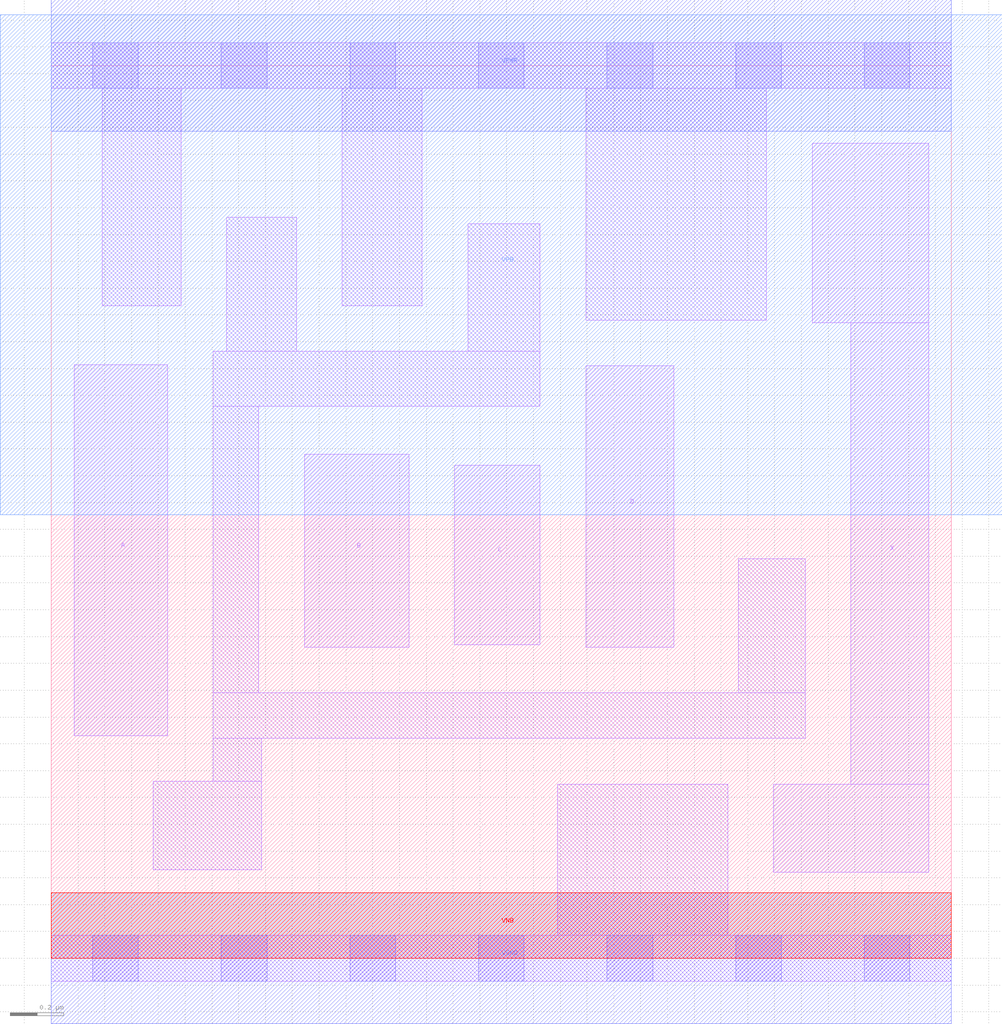
<source format=lef>
# Copyright 2020 The SkyWater PDK Authors
#
# Licensed under the Apache License, Version 2.0 (the "License");
# you may not use this file except in compliance with the License.
# You may obtain a copy of the License at
#
#     https://www.apache.org/licenses/LICENSE-2.0
#
# Unless required by applicable law or agreed to in writing, software
# distributed under the License is distributed on an "AS IS" BASIS,
# WITHOUT WARRANTIES OR CONDITIONS OF ANY KIND, either express or implied.
# See the License for the specific language governing permissions and
# limitations under the License.
#
# SPDX-License-Identifier: Apache-2.0

VERSION 5.7 ;
  NOWIREEXTENSIONATPIN ON ;
  DIVIDERCHAR "/" ;
  BUSBITCHARS "[]" ;
MACRO sky130_fd_sc_lp__and4_0
  CLASS CORE ;
  FOREIGN sky130_fd_sc_lp__and4_0 ;
  ORIGIN  0.000000  0.000000 ;
  SIZE  3.360000 BY  3.330000 ;
  SYMMETRY X Y R90 ;
  SITE unit ;
  PIN A
    ANTENNAGATEAREA  0.126000 ;
    DIRECTION INPUT ;
    USE SIGNAL ;
    PORT
      LAYER li1 ;
        RECT 0.085000 0.830000 0.435000 2.215000 ;
    END
  END A
  PIN B
    ANTENNAGATEAREA  0.126000 ;
    DIRECTION INPUT ;
    USE SIGNAL ;
    PORT
      LAYER li1 ;
        RECT 0.945000 1.160000 1.335000 1.880000 ;
    END
  END B
  PIN C
    ANTENNAGATEAREA  0.126000 ;
    DIRECTION INPUT ;
    USE SIGNAL ;
    PORT
      LAYER li1 ;
        RECT 1.505000 1.170000 1.825000 1.840000 ;
    END
  END C
  PIN D
    ANTENNAGATEAREA  0.126000 ;
    DIRECTION INPUT ;
    USE SIGNAL ;
    PORT
      LAYER li1 ;
        RECT 1.995000 1.160000 2.325000 2.210000 ;
    END
  END D
  PIN X
    ANTENNADIFFAREA  0.280900 ;
    DIRECTION OUTPUT ;
    USE SIGNAL ;
    PORT
      LAYER li1 ;
        RECT 2.695000 0.320000 3.275000 0.650000 ;
        RECT 2.840000 2.370000 3.275000 3.040000 ;
        RECT 2.985000 0.650000 3.275000 2.370000 ;
    END
  END X
  PIN VGND
    DIRECTION INOUT ;
    USE GROUND ;
    PORT
      LAYER met1 ;
        RECT 0.000000 -0.245000 3.360000 0.245000 ;
    END
  END VGND
  PIN VNB
    DIRECTION INOUT ;
    USE GROUND ;
    PORT
      LAYER pwell ;
        RECT 0.000000 0.000000 3.360000 0.245000 ;
    END
  END VNB
  PIN VPB
    DIRECTION INOUT ;
    USE POWER ;
    PORT
      LAYER nwell ;
        RECT -0.190000 1.655000 3.550000 3.520000 ;
    END
  END VPB
  PIN VPWR
    DIRECTION INOUT ;
    USE POWER ;
    PORT
      LAYER met1 ;
        RECT 0.000000 3.085000 3.360000 3.575000 ;
    END
  END VPWR
  OBS
    LAYER li1 ;
      RECT 0.000000 -0.085000 3.360000 0.085000 ;
      RECT 0.000000  3.245000 3.360000 3.415000 ;
      RECT 0.190000  2.435000 0.485000 3.245000 ;
      RECT 0.380000  0.330000 0.785000 0.660000 ;
      RECT 0.605000  0.660000 0.785000 0.820000 ;
      RECT 0.605000  0.820000 2.815000 0.990000 ;
      RECT 0.605000  0.990000 0.775000 2.060000 ;
      RECT 0.605000  2.060000 1.825000 2.265000 ;
      RECT 0.655000  2.265000 0.915000 2.765000 ;
      RECT 1.085000  2.435000 1.385000 3.245000 ;
      RECT 1.555000  2.265000 1.825000 2.740000 ;
      RECT 1.890000  0.085000 2.525000 0.650000 ;
      RECT 1.995000  2.380000 2.670000 3.245000 ;
      RECT 2.565000  0.990000 2.815000 1.490000 ;
    LAYER mcon ;
      RECT 0.155000 -0.085000 0.325000 0.085000 ;
      RECT 0.155000  3.245000 0.325000 3.415000 ;
      RECT 0.635000 -0.085000 0.805000 0.085000 ;
      RECT 0.635000  3.245000 0.805000 3.415000 ;
      RECT 1.115000 -0.085000 1.285000 0.085000 ;
      RECT 1.115000  3.245000 1.285000 3.415000 ;
      RECT 1.595000 -0.085000 1.765000 0.085000 ;
      RECT 1.595000  3.245000 1.765000 3.415000 ;
      RECT 2.075000 -0.085000 2.245000 0.085000 ;
      RECT 2.075000  3.245000 2.245000 3.415000 ;
      RECT 2.555000 -0.085000 2.725000 0.085000 ;
      RECT 2.555000  3.245000 2.725000 3.415000 ;
      RECT 3.035000 -0.085000 3.205000 0.085000 ;
      RECT 3.035000  3.245000 3.205000 3.415000 ;
  END
END sky130_fd_sc_lp__and4_0
END LIBRARY

</source>
